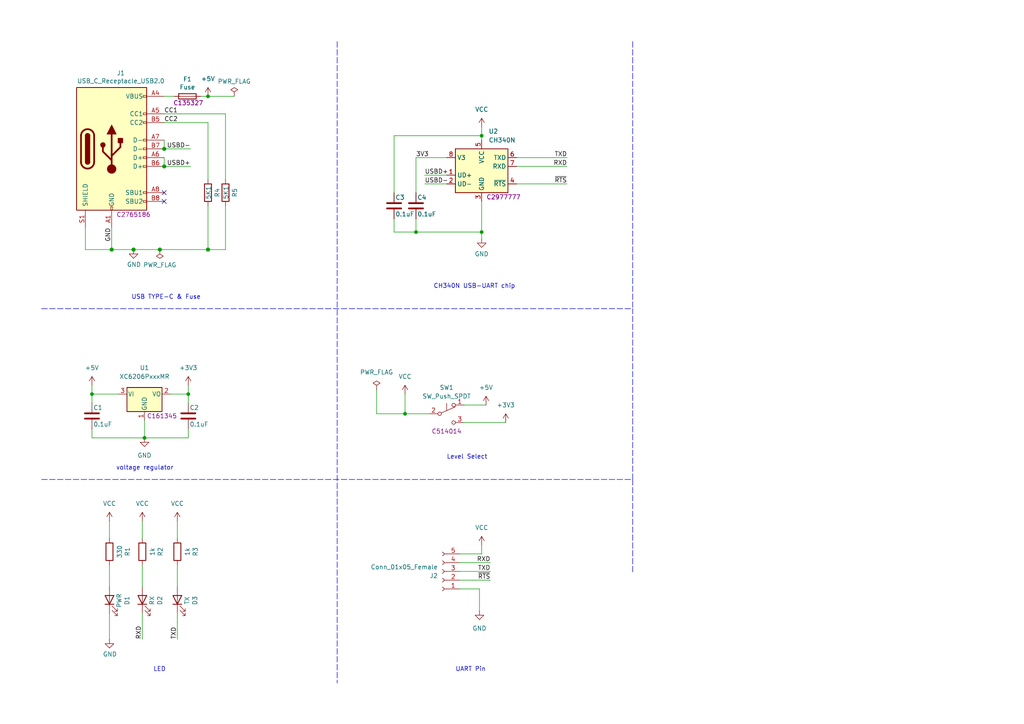
<source format=kicad_sch>
(kicad_sch (version 20211123) (generator eeschema)
  (paper "A4")
  (lib_symbols
    (symbol "Connector:Conn_01x05_Female" (pin_names (offset 1.016) hide)
      (property "Reference" "J" (at 0 7.62 0))
      (property "Value" "Conn_01x05_Female" (at 0 -7.62 0))
      (symbol "Conn_01x05_Female_1_1"
        (arc (start 0 -4.572) (mid -0.508 -5.08) (end 0 -5.588) (stroke (width 0.1524)))
        (arc (start 0 -2.032) (mid -0.508 -2.54) (end 0 -3.048) (stroke (width 0.1524)))
        (polyline (pts (xy -1.27 -5.08) (xy -0.508 -5.08)) (stroke (width 0.1524)))
        (polyline (pts (xy -1.27 -2.54) (xy -0.508 -2.54)) (stroke (width 0.1524)))
        (polyline (pts (xy -1.27 0) (xy -0.508 0)) (stroke (width 0.1524)))
        (polyline (pts (xy -1.27 2.54) (xy -0.508 2.54)) (stroke (width 0.1524)))
        (polyline (pts (xy -1.27 5.08) (xy -0.508 5.08)) (stroke (width 0.1524)))
        (arc (start 0 0.508) (mid -0.508 0) (end 0 -0.508) (stroke (width 0.1524)))
        (arc (start 0 3.048) (mid -0.508 2.54) (end 0 2.032) (stroke (width 0.1524)))
        (arc (start 0 5.588) (mid -0.508 5.08) (end 0 4.572) (stroke (width 0.1524)))
        (pin passive line (at -5.08 5.08 0) (length 3.81) (name "Pin_1") (number "1"))
        (pin passive line (at -5.08 2.54 0) (length 3.81) (name "Pin_2") (number "2"))
        (pin passive line (at -5.08 0 0) (length 3.81) (name "Pin_3") (number "3"))
        (pin passive line (at -5.08 -2.54 0) (length 3.81) (name "Pin_4") (number "4"))
        (pin passive line (at -5.08 -5.08 0) (length 3.81) (name "Pin_5") (number "5"))
      )
    )
    (symbol "Connector:USB_C_Receptacle_USB2.0" (pin_names (offset 1.016))
      (property "Reference" "J" (at -10.16 19.05 0))
      (property "Value" "USB_C_Receptacle_USB2.0" (at 19.05 19.05 0))
      (symbol "USB_C_Receptacle_USB2.0_0_0"
        (rectangle (start -0.254 -17.78) (end 0.254 -16.764))
        (rectangle (start 10.16 -14.986) (end 9.144 -15.494))
        (rectangle (start 10.16 -12.446) (end 9.144 -12.954))
        (rectangle (start 10.16 -4.826) (end 9.144 -5.334))
        (rectangle (start 10.16 -2.286) (end 9.144 -2.794))
        (rectangle (start 10.16 0.254) (end 9.144 -0.254))
        (rectangle (start 10.16 2.794) (end 9.144 2.286))
        (rectangle (start 10.16 7.874) (end 9.144 7.366))
        (rectangle (start 10.16 10.414) (end 9.144 9.906))
        (rectangle (start 10.16 15.494) (end 9.144 14.986))
      )
      (symbol "USB_C_Receptacle_USB2.0_0_1"
        (rectangle (start -10.16 17.78) (end 10.16 -17.78) (stroke (width 0.254)) (fill (type background)))
        (arc (start -8.89 -3.81) (mid -6.985 -5.715) (end -5.08 -3.81) (stroke (width 0.508)))
        (arc (start -7.62 -3.81) (mid -6.985 -4.445) (end -6.35 -3.81) (stroke (width 0.254)))
        (arc (start -7.62 -3.81) (mid -6.985 -4.445) (end -6.35 -3.81) (stroke (width 0.254)) (fill (type outline)))
        (rectangle (start -7.62 -3.81) (end -6.35 3.81) (stroke (width 0.254)) (fill (type outline)))
        (arc (start -6.35 3.81) (mid -6.985 4.445) (end -7.62 3.81) (stroke (width 0.254)))
        (arc (start -6.35 3.81) (mid -6.985 4.445) (end -7.62 3.81) (stroke (width 0.254)) (fill (type outline)))
        (arc (start -5.08 3.81) (mid -6.985 5.715) (end -8.89 3.81) (stroke (width 0.508)))
        (circle (center -2.54 1.143) (radius 0.635) (stroke (width 0.254)) (fill (type outline)))
        (circle (center 0 -5.842) (radius 1.27) (fill (type outline)))
        (polyline (pts (xy -8.89 -3.81) (xy -8.89 3.81)) (stroke (width 0.508)))
        (polyline (pts (xy -5.08 3.81) (xy -5.08 -3.81)) (stroke (width 0.508)))
        (polyline (pts (xy 0 -5.842) (xy 0 4.318)) (stroke (width 0.508)))
        (polyline (pts (xy 0 -3.302) (xy -2.54 -0.762) (xy -2.54 0.508)) (stroke (width 0.508)))
        (polyline (pts (xy 0 -2.032) (xy 2.54 0.508) (xy 2.54 1.778)) (stroke (width 0.508)))
        (polyline (pts (xy -1.27 4.318) (xy 0 6.858) (xy 1.27 4.318) (xy -1.27 4.318)) (stroke (width 0.254)) (fill (type outline)))
        (rectangle (start 1.905 1.778) (end 3.175 3.048) (stroke (width 0.254)) (fill (type outline)))
      )
      (symbol "USB_C_Receptacle_USB2.0_1_1"
        (pin passive line (at 0 -22.86 90) (length 5.08) (name "GND") (number "A1"))
        (pin passive line (at 0 -22.86 90) (length 5.08) hide (name "GND") (number "A12"))
        (pin passive line (at 15.24 15.24 180) (length 5.08) (name "VBUS") (number "A4"))
        (pin bidirectional line (at 15.24 10.16 180) (length 5.08) (name "CC1") (number "A5"))
        (pin bidirectional line (at 15.24 -2.54 180) (length 5.08) (name "D+") (number "A6"))
        (pin bidirectional line (at 15.24 2.54 180) (length 5.08) (name "D-") (number "A7"))
        (pin bidirectional line (at 15.24 -12.7 180) (length 5.08) (name "SBU1") (number "A8"))
        (pin passive line (at 15.24 15.24 180) (length 5.08) hide (name "VBUS") (number "A9"))
        (pin passive line (at 0 -22.86 90) (length 5.08) hide (name "GND") (number "B1"))
        (pin passive line (at 0 -22.86 90) (length 5.08) hide (name "GND") (number "B12"))
        (pin passive line (at 15.24 15.24 180) (length 5.08) hide (name "VBUS") (number "B4"))
        (pin bidirectional line (at 15.24 7.62 180) (length 5.08) (name "CC2") (number "B5"))
        (pin bidirectional line (at 15.24 -5.08 180) (length 5.08) (name "D+") (number "B6"))
        (pin bidirectional line (at 15.24 0 180) (length 5.08) (name "D-") (number "B7"))
        (pin bidirectional line (at 15.24 -15.24 180) (length 5.08) (name "SBU2") (number "B8"))
        (pin passive line (at 15.24 15.24 180) (length 5.08) hide (name "VBUS") (number "B9"))
        (pin passive line (at -7.62 -22.86 90) (length 5.08) (name "SHIELD") (number "S1"))
      )
    )
    (symbol "Device:C" (pin_numbers hide) (pin_names (offset 0.254))
      (property "Reference" "C" (at 0.635 2.54 0))
      (property "Value" "C" (at 0.635 -2.54 0))
      (symbol "C_0_1"
        (polyline (pts (xy -2.032 -0.762) (xy 2.032 -0.762)) (stroke (width 0.508)))
        (polyline (pts (xy -2.032 0.762) (xy 2.032 0.762)) (stroke (width 0.508)))
      )
      (symbol "C_1_1"
        (pin passive line (at 0 3.81 270) (length 2.794) (name "~") (number "1"))
        (pin passive line (at 0 -3.81 90) (length 2.794) (name "~") (number "2"))
      )
    )
    (symbol "Device:Fuse" (pin_numbers hide) (pin_names (offset 0))
      (property "Reference" "F" (at 2.032 0 90))
      (property "Value" "Fuse" (at -1.905 0 90))
      (symbol "Fuse_0_1"
        (rectangle (start -0.762 -2.54) (end 0.762 2.54) (stroke (width 0.254)))
        (polyline (pts (xy 0 2.54) (xy 0 -2.54)))
      )
      (symbol "Fuse_1_1"
        (pin passive line (at 0 3.81 270) (length 1.27) (name "~") (number "1"))
        (pin passive line (at 0 -3.81 90) (length 1.27) (name "~") (number "2"))
      )
    )
    (symbol "Device:LED" (pin_numbers hide) (pin_names (offset 1.016) hide)
      (property "Reference" "D" (at 0 2.54 0))
      (property "Value" "LED" (at 0 -2.54 0))
      (symbol "LED_0_1"
        (polyline (pts (xy -1.27 -1.27) (xy -1.27 1.27)) (stroke (width 0.254)))
        (polyline (pts (xy -1.27 0) (xy 1.27 0)))
        (polyline (pts (xy 1.27 -1.27) (xy 1.27 1.27) (xy -1.27 0) (xy 1.27 -1.27)) (stroke (width 0.254)))
        (polyline (pts (xy -3.048 -0.762) (xy -4.572 -2.286) (xy -3.81 -2.286) (xy -4.572 -2.286) (xy -4.572 -1.524)))
        (polyline (pts (xy -1.778 -0.762) (xy -3.302 -2.286) (xy -2.54 -2.286) (xy -3.302 -2.286) (xy -3.302 -1.524)))
      )
      (symbol "LED_1_1"
        (pin passive line (at -3.81 0 0) (length 2.54) (name "K") (number "1"))
        (pin passive line (at 3.81 0 180) (length 2.54) (name "A") (number "2"))
      )
    )
    (symbol "Device:R" (pin_numbers hide) (pin_names (offset 0))
      (property "Reference" "R" (at 2.032 0 90))
      (property "Value" "R" (at 0 0 90))
      (symbol "R_0_1"
        (rectangle (start -1.016 -2.54) (end 1.016 2.54) (stroke (width 0.254)))
      )
      (symbol "R_1_1"
        (pin passive line (at 0 3.81 270) (length 1.27) (name "~") (number "1"))
        (pin passive line (at 0 -3.81 90) (length 1.27) (name "~") (number "2"))
      )
    )
    (symbol "Interface_USB:CH330N"
      (property "Reference" "U" (at -7.62 6.35 0))
      (property "Value" "CH330N" (at 7.62 6.35 0))
      (symbol "CH330N_0_1"
        (rectangle (start -7.62 5.08) (end 7.62 -7.62) (stroke (width 0.254)) (fill (type background)))
      )
      (symbol "CH330N_1_1"
        (pin bidirectional line (at -10.16 -2.54 0) (length 2.54) (name "UD+") (number "1"))
        (pin bidirectional line (at -10.16 -5.08 0) (length 2.54) (name "UD-") (number "2"))
        (pin power_in line (at 0 -10.16 90) (length 2.54) (name "GND") (number "3"))
        (pin output line (at 10.16 -5.08 180) (length 2.54) (name "~{RTS}") (number "4"))
        (pin power_in line (at 0 7.62 270) (length 2.54) (name "VCC") (number "5"))
        (pin output line (at 10.16 2.54 180) (length 2.54) (name "TXD") (number "6"))
        (pin input line (at 10.16 0 180) (length 2.54) (name "RXD") (number "7"))
        (pin passive line (at -10.16 2.54 0) (length 2.54) (name "V3") (number "8"))
      )
    )
    (symbol "Regulator_Linear:XC6206PxxxMR" (pin_names (offset 0.254))
      (property "Reference" "U" (at -3.81 3.175 0))
      (property "Value" "XC6206PxxxMR" (at 0 3.175 0))
      (symbol "XC6206PxxxMR_0_1"
        (rectangle (start -5.08 1.905) (end 5.08 -5.08) (stroke (width 0.254)) (fill (type background)))
      )
      (symbol "XC6206PxxxMR_1_1"
        (pin power_in line (at 0 -7.62 90) (length 2.54) (name "GND") (number "1"))
        (pin power_out line (at 7.62 0 180) (length 2.54) (name "VO") (number "2"))
        (pin power_in line (at -7.62 0 0) (length 2.54) (name "VI") (number "3"))
      )
    )
    (symbol "Switch:SW_Push_SPDT" (pin_names (offset 0) hide)
      (property "Reference" "SW" (at 0 4.318 0))
      (property "Value" "SW_Push_SPDT" (at 0 -5.08 0))
      (symbol "SW_Push_SPDT_0_0"
        (circle (center -2.032 0) (radius 0.508))
        (polyline (pts (xy 0 1.016) (xy 0 3.048)))
        (circle (center 2.032 -2.54) (radius 0.508))
      )
      (symbol "SW_Push_SPDT_0_1"
        (polyline (pts (xy -1.524 0.254) (xy 2.54 2.032)))
        (circle (center 2.032 2.54) (radius 0.508))
      )
      (symbol "SW_Push_SPDT_1_1"
        (pin passive line (at 5.08 2.54 180) (length 2.54) (name "A") (number "1"))
        (pin passive line (at -5.08 0 0) (length 2.54) (name "B") (number "2"))
        (pin passive line (at 5.08 -2.54 180) (length 2.54) (name "C") (number "3"))
      )
    )
    (symbol "power:+3V3" (power) (pin_names (offset 0))
      (property "Value" "+3V3" (at 0 3.556 0))
      (symbol "+3V3_0_1"
        (polyline (pts (xy -0.762 1.27) (xy 0 2.54)))
        (polyline (pts (xy 0 0) (xy 0 2.54)))
        (polyline (pts (xy 0 2.54) (xy 0.762 1.27)))
      )
      (symbol "+3V3_1_1"
        (pin power_in line (at 0 0 90) (length 0) hide (name "+3V3") (number "1"))
      )
    )
    (symbol "power:+5V" (power) (pin_names (offset 0))
      (property "Value" "+5V" (at 0 3.556 0))
      (symbol "+5V_0_1"
        (polyline (pts (xy -0.762 1.27) (xy 0 2.54)))
        (polyline (pts (xy 0 0) (xy 0 2.54)))
        (polyline (pts (xy 0 2.54) (xy 0.762 1.27)))
      )
      (symbol "+5V_1_1"
        (pin power_in line (at 0 0 90) (length 0) hide (name "+5V") (number "1"))
      )
    )
    (symbol "power:GND" (power) (pin_names (offset 0))
      (property "Value" "GND" (at 0 -3.81 0))
      (symbol "GND_0_1"
        (polyline (pts (xy 0 0) (xy 0 -1.27) (xy 1.27 -1.27) (xy 0 -2.54) (xy -1.27 -1.27) (xy 0 -1.27)))
      )
      (symbol "GND_1_1"
        (pin power_in line (at 0 0 270) (length 0) hide (name "GND") (number "1"))
      )
    )
    (symbol "power:PWR_FLAG" (power) (pin_numbers hide) (pin_names (offset 0) hide)
      (property "Value" "PWR_FLAG" (at 0 3.81 0))
      (symbol "PWR_FLAG_0_0"
        (pin power_out line (at 0 0 90) (length 0) (name "pwr") (number "1"))
      )
      (symbol "PWR_FLAG_0_1"
        (polyline (pts (xy 0 0) (xy 0 1.27) (xy -1.016 1.905) (xy 0 2.54) (xy 1.016 1.905) (xy 0 1.27)))
      )
    )
    (symbol "power:VCC" (power) (pin_names (offset 0))
      (property "Value" "VCC" (at 0 3.81 0))
      (symbol "VCC_0_1"
        (polyline (pts (xy -0.762 1.27) (xy 0 2.54)))
        (polyline (pts (xy 0 0) (xy 0 2.54)))
        (polyline (pts (xy 0 2.54) (xy 0.762 1.27)))
      )
      (symbol "VCC_1_1"
        (pin power_in line (at 0 0 90) (length 0) hide (name "VCC") (number "1"))
      )
    )
  )
  (junction (at 26.67 114.3))
  (junction (at 60.325 72.39) (diameter 1.016))
  (junction (at 46.355 72.39) (diameter 1.016))
  (junction (at 32.385 72.39) (diameter 1.016))
  (junction (at 41.91 127))
  (junction (at 139.7 39.37))
  (junction (at 38.735 72.39) (diameter 1.016))
  (junction (at 60.325 27.94))
  (junction (at 120.65 67.31))
  (junction (at 54.61 114.3))
  (junction (at 47.625 43.18) (diameter 1.016))
  (junction (at 47.625 48.26) (diameter 1.016))
  (junction (at 139.7 67.31))
  (junction (at 117.475 120.015))
  (no_connect (at 47.625 55.88))
  (no_connect (at 47.625 58.42))
  (wire (pts (xy 133.35 168.275) (xy 142.24 168.275)))
  (wire (pts (xy 133.35 170.815) (xy 139.065 170.815)))
  (wire (pts (xy 41.275 163.83) (xy 41.275 170.18)))
  (wire (pts (xy 149.86 53.34) (xy 164.465 53.34)))
  (wire (pts (xy 54.61 111.76) (xy 54.61 114.3)))
  (wire (pts (xy 47.625 43.18) (xy 55.245 43.18)))
  (wire (pts (xy 149.86 48.26) (xy 164.465 48.26)))
  (wire (pts (xy 49.53 114.3) (xy 54.61 114.3)))
  (wire (pts (xy 46.355 72.39) (xy 60.325 72.39)))
  (wire (pts (xy 58.166 27.94) (xy 60.325 27.94)))
  (wire (pts (xy 60.325 27.94) (xy 67.945 27.94)))
  (wire (pts (xy 26.67 127) (xy 41.91 127)))
  (wire (pts (xy 133.35 165.735) (xy 142.24 165.735)))
  (wire (pts (xy 60.325 72.39) (xy 65.405 72.39)))
  (wire (pts (xy 32.385 66.04) (xy 32.385 72.39)))
  (wire (pts (xy 60.325 35.56) (xy 60.325 52.07)))
  (wire (pts (xy 134.62 122.555) (xy 146.685 122.555)))
  (wire (pts (xy 41.275 177.8) (xy 41.275 185.42)))
  (wire (pts (xy 60.325 59.69) (xy 60.325 72.39)))
  (wire (pts (xy 114.3 39.37) (xy 139.7 39.37)))
  (wire (pts (xy 139.065 170.815) (xy 139.065 177.165)))
  (wire (pts (xy 114.3 63.5) (xy 114.3 67.31)))
  (wire (pts (xy 123.19 50.8) (xy 129.54 50.8)))
  (wire (pts (xy 134.62 117.475) (xy 140.97 117.475)))
  (wire (pts (xy 47.625 33.02) (xy 65.405 33.02)))
  (wire (pts (xy 47.625 40.64) (xy 47.625 43.18)))
  (wire (pts (xy 117.475 114.3) (xy 117.475 120.015)))
  (wire (pts (xy 47.625 35.56) (xy 60.325 35.56)))
  (wire (pts (xy 47.625 27.94) (xy 50.546 27.94)))
  (wire (pts (xy 133.35 163.195) (xy 142.24 163.195)))
  (polyline (pts (xy 183.515 139.065) (xy 183.515 89.535)))
  (wire (pts (xy 139.7 67.31) (xy 139.7 69.215)))
  (wire (pts (xy 34.29 114.3) (xy 26.67 114.3)))
  (wire (pts (xy 139.7 58.42) (xy 139.7 67.31)))
  (wire (pts (xy 109.22 120.015) (xy 117.475 120.015)))
  (wire (pts (xy 139.7 39.37) (xy 139.7 40.64)))
  (wire (pts (xy 41.275 151.13) (xy 41.275 156.21)))
  (wire (pts (xy 133.35 160.655) (xy 139.7 160.655)))
  (wire (pts (xy 117.475 120.015) (xy 124.46 120.015)))
  (wire (pts (xy 47.625 45.72) (xy 47.625 48.26)))
  (wire (pts (xy 26.67 124.46) (xy 26.67 127)))
  (polyline (pts (xy 12.065 139.065) (xy 183.515 139.065)))
  (polyline (pts (xy 97.79 12.065) (xy 97.79 198.12)))
  (wire (pts (xy 32.385 72.39) (xy 24.765 72.39)))
  (wire (pts (xy 51.435 163.83) (xy 51.435 170.18)))
  (polyline (pts (xy 12.065 89.535) (xy 183.515 89.535)))
  (wire (pts (xy 24.765 66.04) (xy 24.765 72.39)))
  (wire (pts (xy 120.65 67.31) (xy 139.7 67.31)))
  (wire (pts (xy 109.22 113.03) (xy 109.22 120.015)))
  (wire (pts (xy 26.67 114.3) (xy 26.67 116.84)))
  (wire (pts (xy 65.405 33.02) (xy 65.405 52.07)))
  (wire (pts (xy 65.405 59.69) (xy 65.405 72.39)))
  (wire (pts (xy 139.7 36.83) (xy 139.7 39.37)))
  (wire (pts (xy 31.75 177.8) (xy 31.75 185.42)))
  (wire (pts (xy 123.19 53.34) (xy 129.54 53.34)))
  (wire (pts (xy 41.91 127) (xy 54.61 127)))
  (wire (pts (xy 26.67 111.76) (xy 26.67 114.3)))
  (wire (pts (xy 120.65 55.88) (xy 120.65 45.72)))
  (wire (pts (xy 38.735 72.39) (xy 32.385 72.39)))
  (wire (pts (xy 120.65 63.5) (xy 120.65 67.31)))
  (wire (pts (xy 41.91 121.92) (xy 41.91 127)))
  (wire (pts (xy 114.3 39.37) (xy 114.3 55.88)))
  (wire (pts (xy 31.75 151.13) (xy 31.75 156.21)))
  (wire (pts (xy 46.355 72.39) (xy 38.735 72.39)))
  (wire (pts (xy 47.625 48.26) (xy 55.245 48.26)))
  (wire (pts (xy 120.65 45.72) (xy 129.54 45.72)))
  (wire (pts (xy 54.61 127) (xy 54.61 124.46)))
  (wire (pts (xy 51.435 177.8) (xy 51.435 185.42)))
  (polyline (pts (xy 183.515 12.065) (xy 183.515 89.535)))
  (wire (pts (xy 139.7 160.655) (xy 139.7 158.115)))
  (wire (pts (xy 51.435 151.13) (xy 51.435 156.21)))
  (wire (pts (xy 31.75 163.83) (xy 31.75 170.18)))
  (polyline (pts (xy 183.515 139.065) (xy 183.515 166.37)))
  (wire (pts (xy 149.86 45.72) (xy 164.465 45.72)))
  (wire (pts (xy 114.3 67.31) (xy 120.65 67.31)))
  (wire (pts (xy 54.61 114.3) (xy 54.61 116.84)))
  (text "LED" (at 44.45 194.945 0) (effects (font (size 1.27 1.27)) (justify left bottom)))
  (text "USB TYPE-C & Fuse" (at 38.1 86.995 0) (effects (font (size 1.27 1.27)) (justify left bottom)))
  (text "UART Pin" (at 132.08 194.945 0) (effects (font (size 1.27 1.27)) (justify left bottom)))
  (text "CH340N USB-UART chip" (at 125.73 83.82 0) (effects (font (size 1.27 1.27)) (justify left bottom)))
  (text "Level Select" (at 129.54 133.35 0) (effects (font (size 1.27 1.27)) (justify left bottom)))
  (text "voltage regulator " (at 33.655 136.525 0) (effects (font (size 1.27 1.27)) (justify left bottom)))
  (label "TXD" (at 51.435 185.42 90))
  (label "USBD+" (at 55.245 48.26 180))
  (label "TXD" (at 142.24 165.735 180))
  (label "TXD" (at 164.465 45.72 180))
  (label "CC2" (at 47.625 35.56 0))
  (label "3V3" (at 120.65 45.72 0))
  (label "RXD" (at 142.24 163.195 180))
  (label "USBD-" (at 55.245 43.18 180))
  (label "CC1" (at 47.625 33.02 0))
  (label "USBD+" (at 123.19 50.8 0))
  (label "RXD" (at 164.465 48.26 180))
  (label "USBD-" (at 123.19 53.34 0))
  (label "~{RTS}" (at 142.24 168.275 180))
  (label "GND" (at 32.385 66.04 270))
  (label "RXD" (at 41.275 185.42 90))
  (label "~{RTS}" (at 164.465 53.34 180))
  (symbol (lib_id "Device:C") (at 114.3 59.69 0) (unit 1)
    (property "Reference" "C3" (at 114.681 57.271 0) (effects (justify left)))
    (property "Value" "0.1uF" (at 114.681 62.109 0) (effects (justify left)))
    (property "Footprint" "Capacitor_SMD:C_0805_2012Metric" (effects hide))
  )
  (symbol (lib_id "Device:C") (at 54.61 120.65 0) (unit 1)
    (property "Reference" "C2" (at 54.991 118.231 0) (effects (justify left)))
    (property "Value" "0.1uF" (at 54.991 123.069 0) (effects (justify left)))
    (property "Footprint" "Capacitor_SMD:C_0805_2012Metric" (effects hide))
  )
  (symbol (lib_id "power:+5V") (at 60.325 27.94 0) (unit 1)
    (property "Reference" "#PWR09" (effects hide))
    (property "Value" "+5V" (at 60.325 22.86 0))
  )
  (symbol (lib_id "Device:LED") (at 41.275 173.99 90) (unit 1)
    (property "Reference" "D2" (at 46.3742 174.1805 0))
    (property "Value" "RX" (at 44.075 174.18 0))
    (property "Footprint" "LED_SMD:LED_0805_2012Metric" (effects hide))
  )
  (symbol (lib_id "power:GND") (at 41.91 127 0) (unit 1)
    (property "Reference" "#PWR06" (effects hide))
    (property "Value" "GND" (at 41.91 132.08 0))
  )
  (symbol (lib_id "Device:LED") (at 31.75 173.99 90) (unit 1)
    (property "Reference" "D1" (at 36.8492 174.1805 0))
    (property "Value" "PWR" (at 34.55 174.18 0))
    (property "Footprint" "LED_SMD:LED_0805_2012Metric" (effects hide))
  )
  (symbol (lib_id "power:PWR_FLAG") (at 109.22 113.03 0) (unit 1)
    (property "Reference" "#FLG03" (effects hide))
    (property "Value" "PWR_FLAG" (at 109.22 107.95 0))
  )
  (symbol (lib_id "power:+5V") (at 26.67 111.76 0) (unit 1)
    (property "Reference" "#PWR01" (effects hide))
    (property "Value" "+5V" (at 26.67 106.68 0))
  )
  (symbol (lib_id "power:PWR_FLAG") (at 67.945 27.94 0) (unit 1)
    (property "Reference" "#FLG02" (effects hide))
    (property "Value" "PWR_FLAG" (at 67.945 23.6156 0))
  )
  (symbol (lib_id "Device:R") (at 60.325 55.88 180) (unit 1)
    (property "Reference" "R4" (at 63.0112 55.88 90))
    (property "Value" "5K1" (at 60.458 55.88 90))
    (property "Footprint" "Resistor_SMD:R_0805_2012Metric" (effects hide))
  )
  (symbol (lib_id "Regulator_Linear:XC6206PxxxMR") (at 41.91 114.3 0) (unit 1)
    (property "Reference" "U1" (at 41.91 106.68 0))
    (property "Value" "XC6206PxxxMR" (at 41.91 109.22 0))
    (property "Footprint" "Package_TO_SOT_SMD:SOT-23" (effects hide))
    (property "Datasheet" "https://www.torexsemi.com/file/xc6206/XC6206.pdf" (effects hide))
    (property "LCSC" "C161345" (at 46.99 120.65 0))
  )
  (symbol (lib_id "Device:LED") (at 51.435 173.99 90) (unit 1)
    (property "Reference" "D3" (at 56.5342 174.1805 0))
    (property "Value" "TX" (at 54.236 174.18 0))
    (property "Footprint" "LED_SMD:LED_0805_2012Metric" (effects hide))
  )
  (symbol (lib_id "Device:R") (at 51.435 160.02 180) (unit 1)
    (property "Reference" "R3" (at 56.6612 160.02 90))
    (property "Value" "1k" (at 54.362 160.02 90))
    (property "Footprint" "Resistor_SMD:R_0805_2012Metric" (effects hide))
  )
  (symbol (lib_id "Device:Fuse") (at 54.356 27.94 90) (unit 1)
    (property "Reference" "F1" (at 54.356 22.9678 90))
    (property "Value" "Fuse" (at 54.356 25.2665 90))
    (property "Footprint" "Fuse:Fuse_0805_2012Metric" (effects hide))
    (property "LCSC" "C135327" (at 54.61 29.845 90))
  )
  (symbol (lib_id "power:+5V") (at 140.97 117.475 0) (unit 1)
    (property "Reference" "#PWR015" (effects hide))
    (property "Value" "+5V" (at 140.97 112.395 0))
  )
  (symbol (lib_id "power:VCC") (at 41.275 151.13 0) (unit 1)
    (property "Reference" "#PWR05" (effects hide))
    (property "Value" "VCC" (at 41.275 146.05 0))
  )
  (symbol (lib_id "power:GND") (at 139.7 69.215 0) (unit 1)
    (property "Reference" "#PWR013" (effects hide))
    (property "Value" "GND" (at 139.7 73.66 0))
  )
  (symbol (lib_id "Connector:Conn_01x05_Female") (at 128.27 165.735 180) (unit 1)
    (property "Reference" "J2" (at 127 167.0051 0) (effects (justify left)))
    (property "Value" "Conn_01x05_Female" (at 127 164.4651 0) (effects (justify left)))
    (property "Footprint" "Connector_PinSocket_2.54mm:PinSocket_1x05P_2.54mm_Horizontal_SMD" (effects hide))
  )
  (symbol (lib_id "power:VCC") (at 117.475 114.3 0) (unit 1)
    (property "Reference" "#PWR010" (effects hide))
    (property "Value" "VCC" (at 117.475 109.22 0))
  )
  (symbol (lib_id "power:GND") (at 38.735 72.39 0) (unit 1)
    (property "Reference" "#PWR04" (effects hide))
    (property "Value" "GND" (at 38.8493 76.7144 0))
  )
  (symbol (lib_id "Connector:USB_C_Receptacle_USB2.0") (at 32.385 43.18 0) (unit 1)
    (property "Reference" "J1" (at 35.052 21.1898 0))
    (property "Value" "USB_C_Receptacle_USB2.0" (at 35.052 23.4885 0))
    (property "Footprint" "Connector_USB:USB_C_Receptacle_HRO_TYPE-C-31-M-12" (effects hide))
    (property "Datasheet" "https://www.usb.org/sites/default/files/documents/usb_type-c.zip" (effects hide))
    (property "LCSC" "C2765186" (at 38.735 62.23 0))
  )
  (symbol (lib_id "Interface_USB:CH330N") (at 139.7 48.26 0) (unit 1)
    (property "Reference" "U2" (at 141.7194 38.1 0) (effects (justify left)))
    (property "Value" "CH340N" (at 141.7194 40.64 0) (effects (justify left)))
    (property "Footprint" "Package_SO:SOIC-8_3.9x4.9mm_P1.27mm" (effects hide))
    (property "Datasheet" "http://www.wch.cn/downloads/file/240.html" (effects hide))
    (property "LCSC" "C2977777" (at 146.05 57.15 0))
  )
  (symbol (lib_id "power:+3V3") (at 54.61 111.76 0) (unit 1)
    (property "Reference" "#PWR08" (effects hide))
    (property "Value" "+3V3" (at 54.61 106.68 0))
  )
  (symbol (lib_id "Switch:SW_Push_SPDT") (at 129.54 120.015 0) (unit 1)
    (property "Reference" "SW1" (at 129.54 112.395 0))
    (property "Value" "SW_Push_SPDT" (at 129.54 114.935 0))
    (property "Footprint" "Button_Switch_SMD:SW_SPDT_PCM12" (effects hide))
    (property "LCSC" "C514014" (at 129.54 125.095 0))
  )
  (symbol (lib_id "Device:R") (at 31.75 160.02 180) (unit 1)
    (property "Reference" "R1" (at 36.9762 160.02 90))
    (property "Value" "330" (at 34.677 160.02 90))
    (property "Footprint" "Resistor_SMD:R_0805_2012Metric" (effects hide))
  )
  (symbol (lib_id "Device:C") (at 120.65 59.69 0) (unit 1)
    (property "Reference" "C4" (at 121.031 57.271 0) (effects (justify left)))
    (property "Value" "0.1uF" (at 121.031 62.109 0) (effects (justify left)))
    (property "Footprint" "Capacitor_SMD:C_0805_2012Metric" (effects hide))
  )
  (symbol (lib_id "power:VCC") (at 51.435 151.13 0) (unit 1)
    (property "Reference" "#PWR07" (effects hide))
    (property "Value" "VCC" (at 51.435 146.05 0))
  )
  (symbol (lib_id "power:GND") (at 31.75 185.42 0) (unit 1)
    (property "Reference" "#PWR03" (effects hide))
    (property "Value" "GND" (at 31.8643 189.7444 0))
  )
  (symbol (lib_id "Device:R") (at 65.405 55.88 180) (unit 1)
    (property "Reference" "R5" (at 68.0912 55.88 90))
    (property "Value" "5K1" (at 65.538 55.88 90))
    (property "Footprint" "Resistor_SMD:R_0805_2012Metric" (effects hide))
  )
  (symbol (lib_id "power:VCC") (at 139.7 158.115 0) (unit 1)
    (property "Reference" "#PWR014" (effects hide))
    (property "Value" "VCC" (at 139.7 153.035 0))
  )
  (symbol (lib_id "power:PWR_FLAG") (at 46.355 72.39 180) (unit 1)
    (property "Reference" "#FLG01" (effects hide))
    (property "Value" "PWR_FLAG" (at 46.355 76.8414 0))
  )
  (symbol (lib_id "power:GND") (at 139.065 177.165 0) (unit 1)
    (property "Reference" "#PWR011" (effects hide))
    (property "Value" "GND" (at 139.065 182.245 0))
  )
  (symbol (lib_id "power:VCC") (at 139.7 36.83 0) (unit 1)
    (property "Reference" "#PWR012" (effects hide))
    (property "Value" "VCC" (at 139.7 31.75 0))
  )
  (symbol (lib_id "Device:C") (at 26.67 120.65 0) (unit 1)
    (property "Reference" "C1" (at 27.051 118.231 0) (effects (justify left)))
    (property "Value" "0.1uF" (at 27.051 123.069 0) (effects (justify left)))
    (property "Footprint" "Capacitor_SMD:C_0805_2012Metric" (effects hide))
  )
  (symbol (lib_id "power:VCC") (at 31.75 151.13 0) (unit 1)
    (property "Reference" "#PWR0101" (effects hide))
    (property "Value" "VCC" (at 31.75 146.05 0))
  )
  (symbol (lib_id "power:+3V3") (at 146.685 122.555 0) (unit 1)
    (property "Reference" "#PWR016" (effects hide))
    (property "Value" "+3V3" (at 146.685 117.475 0))
  )
  (symbol (lib_id "Device:R") (at 41.275 160.02 180) (unit 1)
    (property "Reference" "R2" (at 46.5012 160.02 90))
    (property "Value" "1k" (at 44.202 160.02 90))
    (property "Footprint" "Resistor_SMD:R_0805_2012Metric" (effects hide))
  )
)
</source>
